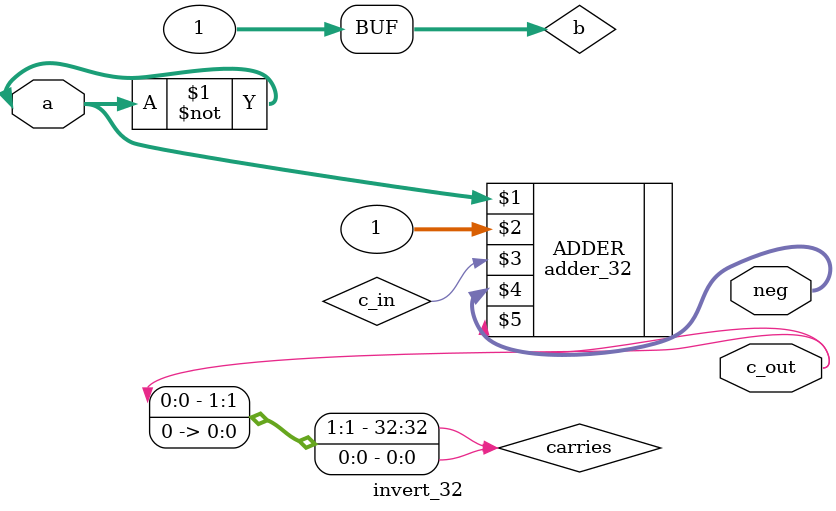
<source format=sv>
module invert_32(a, neg, c_out);

parameter N = 32;

input  wire [N-1:0] a;
wire [N-1:0] b;
output logic [N-1:0] neg;
output wire c_out;


wire [N:0] carries;
assign carries[0] = 0;
assign c_out = carries[N];
assign b = 32'd1;
assign a[N-1:0] = ~a[N-1:0];

adder_32 ADDER (
    a[N-1:0],b[N-1:0], c_in, neg[N-1:0], c_out
    );

endmodule

</source>
